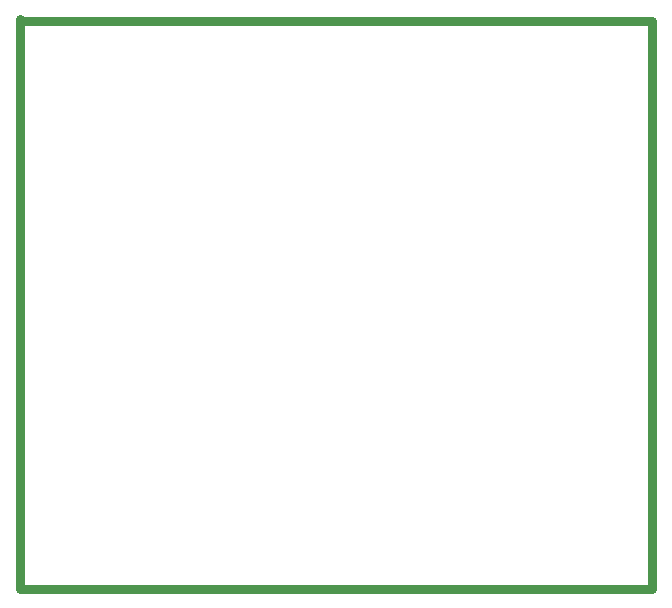
<source format=gko>
G04 Layer: BoardOutlineLayer*
G04 EasyEDA v6.5.51, 2025-09-08 19:21:40*
G04 d3bb8f252c9f4849ab45821a22fd5e0f,1706e92ce9fe400092762f31ba6d8469,10*
G04 Gerber Generator version 0.2*
G04 Scale: 100 percent, Rotated: No, Reflected: No *
G04 Dimensions in millimeters *
G04 leading zeros omitted , absolute positions ,4 integer and 5 decimal *
%FSLAX45Y45*%
%MOMM*%

%ADD10C,0.7500*%
%ADD11C,0.0109*%
D10*
X1270000Y8890000D02*
G01*
X1270000Y4064000D01*
X6616700Y4064000D01*
X6616700Y8877300D01*
X1270000Y8877300D01*

%LPD*%
M02*

</source>
